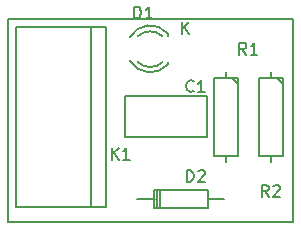
<source format=gbr>
G04 #@! TF.FileFunction,Legend,Top*
%FSLAX46Y46*%
G04 Gerber Fmt 4.6, Leading zero omitted, Abs format (unit mm)*
G04 Created by KiCad (PCBNEW 4.0.0-rc1-stable) date 30/11/2015 17:10:56*
%MOMM*%
G01*
G04 APERTURE LIST*
%ADD10C,0.100000*%
%ADD11C,0.150000*%
G04 APERTURE END LIST*
D10*
D11*
X169545000Y-116840000D02*
X167005000Y-116840000D01*
X169545000Y-99695000D02*
X167005000Y-99695000D01*
X169545000Y-99695000D02*
X169545000Y-116840000D01*
X145415000Y-116840000D02*
X167005000Y-116840000D01*
X145415000Y-116205000D02*
X145415000Y-116840000D01*
X166370000Y-99695000D02*
X167005000Y-99695000D01*
X145415000Y-99695000D02*
X166370000Y-99695000D01*
X145415000Y-116205000D02*
X145415000Y-99695000D01*
X162290000Y-109700000D02*
X155290000Y-109700000D01*
X155290000Y-109700000D02*
X155290000Y-106200000D01*
X155290000Y-106200000D02*
X162290000Y-106200000D01*
X162290000Y-106200000D02*
X162290000Y-109700000D01*
X158949000Y-100921000D02*
X158949000Y-101121000D01*
X158949000Y-103515000D02*
X158949000Y-103335000D01*
X155721256Y-103204643D02*
G75*
G03X158949000Y-103521000I1727744J1003643D01*
G01*
X156396994Y-103334068D02*
G75*
G03X158500000Y-103335000I1052006J1133068D01*
G01*
X158936220Y-100894274D02*
G75*
G03X155699000Y-101241000I-1497220J-1306726D01*
G01*
X158462889Y-101121747D02*
G75*
G03X156415000Y-101141000I-1013889J-1079253D01*
G01*
X162306520Y-114932460D02*
X163703520Y-114932460D01*
X157861520Y-114932460D02*
X156337520Y-114932460D01*
X158242520Y-114170460D02*
X158242520Y-115694460D01*
X157988520Y-114170460D02*
X157988520Y-115694460D01*
X157734520Y-114932460D02*
X157734520Y-115694460D01*
X157734520Y-115694460D02*
X162306520Y-115694460D01*
X162306520Y-115694460D02*
X162306520Y-114170460D01*
X162306520Y-114170460D02*
X157734520Y-114170460D01*
X157734520Y-114170460D02*
X157734520Y-114932460D01*
X153670000Y-115570000D02*
X146050000Y-115570000D01*
X153670000Y-100330000D02*
X146050000Y-100330000D01*
X152400000Y-115570000D02*
X152400000Y-100330000D01*
X146050000Y-115570000D02*
X146050000Y-100330000D01*
X153670000Y-115570000D02*
X153670000Y-100330000D01*
X163830000Y-104140000D02*
X163830000Y-104648000D01*
X163830000Y-111760000D02*
X163830000Y-111252000D01*
X163830000Y-111252000D02*
X164846000Y-111252000D01*
X164846000Y-111252000D02*
X164846000Y-104648000D01*
X164846000Y-104648000D02*
X162814000Y-104648000D01*
X162814000Y-104648000D02*
X162814000Y-111252000D01*
X162814000Y-111252000D02*
X163830000Y-111252000D01*
X164338000Y-104648000D02*
X164846000Y-105156000D01*
X167640000Y-104140000D02*
X167640000Y-104648000D01*
X167640000Y-111760000D02*
X167640000Y-111252000D01*
X167640000Y-111252000D02*
X168656000Y-111252000D01*
X168656000Y-111252000D02*
X168656000Y-104648000D01*
X168656000Y-104648000D02*
X166624000Y-104648000D01*
X166624000Y-104648000D02*
X166624000Y-111252000D01*
X166624000Y-111252000D02*
X167640000Y-111252000D01*
X168148000Y-104648000D02*
X168656000Y-105156000D01*
X161123334Y-105767143D02*
X161075715Y-105814762D01*
X160932858Y-105862381D01*
X160837620Y-105862381D01*
X160694762Y-105814762D01*
X160599524Y-105719524D01*
X160551905Y-105624286D01*
X160504286Y-105433810D01*
X160504286Y-105290952D01*
X160551905Y-105100476D01*
X160599524Y-105005238D01*
X160694762Y-104910000D01*
X160837620Y-104862381D01*
X160932858Y-104862381D01*
X161075715Y-104910000D01*
X161123334Y-104957619D01*
X162075715Y-105862381D02*
X161504286Y-105862381D01*
X161790000Y-105862381D02*
X161790000Y-104862381D01*
X161694762Y-105005238D01*
X161599524Y-105100476D01*
X161504286Y-105148095D01*
X156101905Y-99627381D02*
X156101905Y-98627381D01*
X156340000Y-98627381D01*
X156482858Y-98675000D01*
X156578096Y-98770238D01*
X156625715Y-98865476D01*
X156673334Y-99055952D01*
X156673334Y-99198810D01*
X156625715Y-99389286D01*
X156578096Y-99484524D01*
X156482858Y-99579762D01*
X156340000Y-99627381D01*
X156101905Y-99627381D01*
X157625715Y-99627381D02*
X157054286Y-99627381D01*
X157340000Y-99627381D02*
X157340000Y-98627381D01*
X157244762Y-98770238D01*
X157149524Y-98865476D01*
X157054286Y-98913095D01*
X160178095Y-100947381D02*
X160178095Y-99947381D01*
X160749524Y-100947381D02*
X160320952Y-100375952D01*
X160749524Y-99947381D02*
X160178095Y-100518810D01*
X160551905Y-113482381D02*
X160551905Y-112482381D01*
X160790000Y-112482381D01*
X160932858Y-112530000D01*
X161028096Y-112625238D01*
X161075715Y-112720476D01*
X161123334Y-112910952D01*
X161123334Y-113053810D01*
X161075715Y-113244286D01*
X161028096Y-113339524D01*
X160932858Y-113434762D01*
X160790000Y-113482381D01*
X160551905Y-113482381D01*
X161504286Y-112577619D02*
X161551905Y-112530000D01*
X161647143Y-112482381D01*
X161885239Y-112482381D01*
X161980477Y-112530000D01*
X162028096Y-112577619D01*
X162075715Y-112672857D01*
X162075715Y-112768095D01*
X162028096Y-112910952D01*
X161456667Y-113482381D01*
X162075715Y-113482381D01*
X154201905Y-111577381D02*
X154201905Y-110577381D01*
X154773334Y-111577381D02*
X154344762Y-111005952D01*
X154773334Y-110577381D02*
X154201905Y-111148810D01*
X155725715Y-111577381D02*
X155154286Y-111577381D01*
X155440000Y-111577381D02*
X155440000Y-110577381D01*
X155344762Y-110720238D01*
X155249524Y-110815476D01*
X155154286Y-110863095D01*
X165568334Y-102687381D02*
X165235000Y-102211190D01*
X164996905Y-102687381D02*
X164996905Y-101687381D01*
X165377858Y-101687381D01*
X165473096Y-101735000D01*
X165520715Y-101782619D01*
X165568334Y-101877857D01*
X165568334Y-102020714D01*
X165520715Y-102115952D01*
X165473096Y-102163571D01*
X165377858Y-102211190D01*
X164996905Y-102211190D01*
X166520715Y-102687381D02*
X165949286Y-102687381D01*
X166235000Y-102687381D02*
X166235000Y-101687381D01*
X166139762Y-101830238D01*
X166044524Y-101925476D01*
X165949286Y-101973095D01*
X167473334Y-114752381D02*
X167140000Y-114276190D01*
X166901905Y-114752381D02*
X166901905Y-113752381D01*
X167282858Y-113752381D01*
X167378096Y-113800000D01*
X167425715Y-113847619D01*
X167473334Y-113942857D01*
X167473334Y-114085714D01*
X167425715Y-114180952D01*
X167378096Y-114228571D01*
X167282858Y-114276190D01*
X166901905Y-114276190D01*
X167854286Y-113847619D02*
X167901905Y-113800000D01*
X167997143Y-113752381D01*
X168235239Y-113752381D01*
X168330477Y-113800000D01*
X168378096Y-113847619D01*
X168425715Y-113942857D01*
X168425715Y-114038095D01*
X168378096Y-114180952D01*
X167806667Y-114752381D01*
X168425715Y-114752381D01*
M02*

</source>
